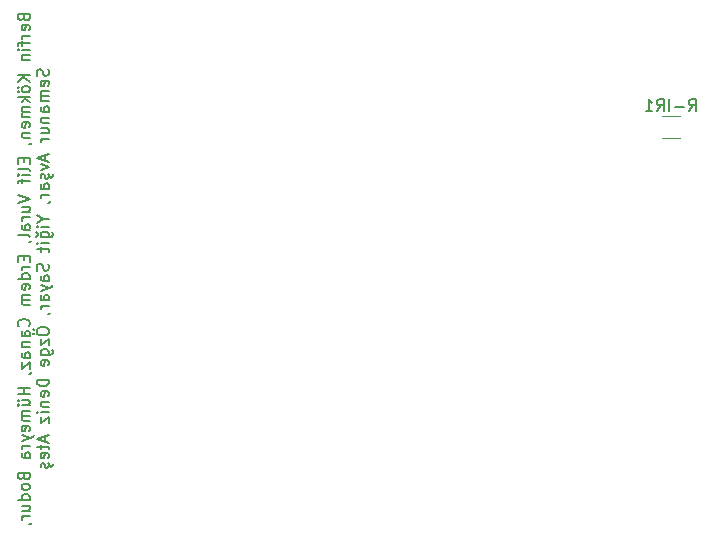
<source format=gbo>
G04 #@! TF.GenerationSoftware,KiCad,Pcbnew,(6.0.11)*
G04 #@! TF.CreationDate,2024-04-06T01:18:53+03:00*
G04 #@! TF.ProjectId,communication_module_PCB,636f6d6d-756e-4696-9361-74696f6e5f6d,rev?*
G04 #@! TF.SameCoordinates,Original*
G04 #@! TF.FileFunction,Legend,Bot*
G04 #@! TF.FilePolarity,Positive*
%FSLAX46Y46*%
G04 Gerber Fmt 4.6, Leading zero omitted, Abs format (unit mm)*
G04 Created by KiCad (PCBNEW (6.0.11)) date 2024-04-06 01:18:53*
%MOMM*%
%LPD*%
G01*
G04 APERTURE LIST*
%ADD10C,0.150000*%
%ADD11C,0.120000*%
G04 APERTURE END LIST*
D10*
X14109571Y-34618095D02*
X14157190Y-34760952D01*
X14204809Y-34808571D01*
X14300047Y-34856190D01*
X14442904Y-34856190D01*
X14538142Y-34808571D01*
X14585761Y-34760952D01*
X14633380Y-34665714D01*
X14633380Y-34284761D01*
X13633380Y-34284761D01*
X13633380Y-34618095D01*
X13681000Y-34713333D01*
X13728619Y-34760952D01*
X13823857Y-34808571D01*
X13919095Y-34808571D01*
X14014333Y-34760952D01*
X14061952Y-34713333D01*
X14109571Y-34618095D01*
X14109571Y-34284761D01*
X14585761Y-35665714D02*
X14633380Y-35570476D01*
X14633380Y-35380000D01*
X14585761Y-35284761D01*
X14490523Y-35237142D01*
X14109571Y-35237142D01*
X14014333Y-35284761D01*
X13966714Y-35380000D01*
X13966714Y-35570476D01*
X14014333Y-35665714D01*
X14109571Y-35713333D01*
X14204809Y-35713333D01*
X14300047Y-35237142D01*
X14633380Y-36141904D02*
X13966714Y-36141904D01*
X14157190Y-36141904D02*
X14061952Y-36189523D01*
X14014333Y-36237142D01*
X13966714Y-36332380D01*
X13966714Y-36427619D01*
X13966714Y-36618095D02*
X13966714Y-36999047D01*
X14633380Y-36760952D02*
X13776238Y-36760952D01*
X13681000Y-36808571D01*
X13633380Y-36903809D01*
X13633380Y-36999047D01*
X14633380Y-37332380D02*
X13966714Y-37332380D01*
X13633380Y-37332380D02*
X13681000Y-37284761D01*
X13728619Y-37332380D01*
X13681000Y-37380000D01*
X13633380Y-37332380D01*
X13728619Y-37332380D01*
X13966714Y-37808571D02*
X14633380Y-37808571D01*
X14061952Y-37808571D02*
X14014333Y-37856190D01*
X13966714Y-37951428D01*
X13966714Y-38094285D01*
X14014333Y-38189523D01*
X14109571Y-38237142D01*
X14633380Y-38237142D01*
X14633380Y-39475238D02*
X13633380Y-39475238D01*
X14633380Y-40046666D02*
X14061952Y-39618095D01*
X13633380Y-40046666D02*
X14204809Y-39475238D01*
X14633380Y-40618095D02*
X14585761Y-40522857D01*
X14538142Y-40475238D01*
X14442904Y-40427619D01*
X14157190Y-40427619D01*
X14061952Y-40475238D01*
X14014333Y-40522857D01*
X13966714Y-40618095D01*
X13966714Y-40760952D01*
X14014333Y-40856190D01*
X14061952Y-40903809D01*
X14157190Y-40951428D01*
X14442904Y-40951428D01*
X14538142Y-40903809D01*
X14585761Y-40856190D01*
X14633380Y-40760952D01*
X14633380Y-40618095D01*
X13633380Y-40522857D02*
X13681000Y-40570476D01*
X13728619Y-40522857D01*
X13681000Y-40475238D01*
X13633380Y-40522857D01*
X13728619Y-40522857D01*
X13633380Y-40903809D02*
X13681000Y-40951428D01*
X13728619Y-40903809D01*
X13681000Y-40856190D01*
X13633380Y-40903809D01*
X13728619Y-40903809D01*
X14633380Y-41380000D02*
X13633380Y-41380000D01*
X14252428Y-41475238D02*
X14633380Y-41760952D01*
X13966714Y-41760952D02*
X14347666Y-41380000D01*
X14633380Y-42189523D02*
X13966714Y-42189523D01*
X14061952Y-42189523D02*
X14014333Y-42237142D01*
X13966714Y-42332380D01*
X13966714Y-42475238D01*
X14014333Y-42570476D01*
X14109571Y-42618095D01*
X14633380Y-42618095D01*
X14109571Y-42618095D02*
X14014333Y-42665714D01*
X13966714Y-42760952D01*
X13966714Y-42903809D01*
X14014333Y-42999047D01*
X14109571Y-43046666D01*
X14633380Y-43046666D01*
X14585761Y-43903809D02*
X14633380Y-43808571D01*
X14633380Y-43618095D01*
X14585761Y-43522857D01*
X14490523Y-43475238D01*
X14109571Y-43475238D01*
X14014333Y-43522857D01*
X13966714Y-43618095D01*
X13966714Y-43808571D01*
X14014333Y-43903809D01*
X14109571Y-43951428D01*
X14204809Y-43951428D01*
X14300047Y-43475238D01*
X13966714Y-44380000D02*
X14633380Y-44380000D01*
X14061952Y-44380000D02*
X14014333Y-44427619D01*
X13966714Y-44522857D01*
X13966714Y-44665714D01*
X14014333Y-44760952D01*
X14109571Y-44808571D01*
X14633380Y-44808571D01*
X14585761Y-45332380D02*
X14633380Y-45332380D01*
X14728619Y-45284761D01*
X14776238Y-45237142D01*
X14109571Y-46522857D02*
X14109571Y-46856190D01*
X14633380Y-46999047D02*
X14633380Y-46522857D01*
X13633380Y-46522857D01*
X13633380Y-46999047D01*
X14633380Y-47570476D02*
X14585761Y-47475238D01*
X14490523Y-47427619D01*
X13633380Y-47427619D01*
X14633380Y-47951428D02*
X13966714Y-47951428D01*
X13633380Y-47951428D02*
X13681000Y-47903809D01*
X13728619Y-47951428D01*
X13681000Y-47999047D01*
X13633380Y-47951428D01*
X13728619Y-47951428D01*
X13966714Y-48284761D02*
X13966714Y-48665714D01*
X14633380Y-48427619D02*
X13776238Y-48427619D01*
X13681000Y-48475238D01*
X13633380Y-48570476D01*
X13633380Y-48665714D01*
X13633380Y-49618095D02*
X14633380Y-49951428D01*
X13633380Y-50284761D01*
X13966714Y-51046666D02*
X14633380Y-51046666D01*
X13966714Y-50618095D02*
X14490523Y-50618095D01*
X14585761Y-50665714D01*
X14633380Y-50760952D01*
X14633380Y-50903809D01*
X14585761Y-50999047D01*
X14538142Y-51046666D01*
X14633380Y-51522857D02*
X13966714Y-51522857D01*
X14157190Y-51522857D02*
X14061952Y-51570476D01*
X14014333Y-51618095D01*
X13966714Y-51713333D01*
X13966714Y-51808571D01*
X14633380Y-52570476D02*
X14109571Y-52570476D01*
X14014333Y-52522857D01*
X13966714Y-52427619D01*
X13966714Y-52237142D01*
X14014333Y-52141904D01*
X14585761Y-52570476D02*
X14633380Y-52475238D01*
X14633380Y-52237142D01*
X14585761Y-52141904D01*
X14490523Y-52094285D01*
X14395285Y-52094285D01*
X14300047Y-52141904D01*
X14252428Y-52237142D01*
X14252428Y-52475238D01*
X14204809Y-52570476D01*
X14633380Y-53189523D02*
X14585761Y-53094285D01*
X14490523Y-53046666D01*
X13633380Y-53046666D01*
X14585761Y-53618095D02*
X14633380Y-53618095D01*
X14728619Y-53570476D01*
X14776238Y-53522857D01*
X14109571Y-54808571D02*
X14109571Y-55141904D01*
X14633380Y-55284761D02*
X14633380Y-54808571D01*
X13633380Y-54808571D01*
X13633380Y-55284761D01*
X14633380Y-55713333D02*
X13966714Y-55713333D01*
X14157190Y-55713333D02*
X14061952Y-55760952D01*
X14014333Y-55808571D01*
X13966714Y-55903809D01*
X13966714Y-55999047D01*
X14633380Y-56760952D02*
X13633380Y-56760952D01*
X14585761Y-56760952D02*
X14633380Y-56665714D01*
X14633380Y-56475238D01*
X14585761Y-56380000D01*
X14538142Y-56332380D01*
X14442904Y-56284761D01*
X14157190Y-56284761D01*
X14061952Y-56332380D01*
X14014333Y-56380000D01*
X13966714Y-56475238D01*
X13966714Y-56665714D01*
X14014333Y-56760952D01*
X14585761Y-57618095D02*
X14633380Y-57522857D01*
X14633380Y-57332380D01*
X14585761Y-57237142D01*
X14490523Y-57189523D01*
X14109571Y-57189523D01*
X14014333Y-57237142D01*
X13966714Y-57332380D01*
X13966714Y-57522857D01*
X14014333Y-57618095D01*
X14109571Y-57665714D01*
X14204809Y-57665714D01*
X14300047Y-57189523D01*
X14633380Y-58094285D02*
X13966714Y-58094285D01*
X14061952Y-58094285D02*
X14014333Y-58141904D01*
X13966714Y-58237142D01*
X13966714Y-58379999D01*
X14014333Y-58475238D01*
X14109571Y-58522857D01*
X14633380Y-58522857D01*
X14109571Y-58522857D02*
X14014333Y-58570476D01*
X13966714Y-58665714D01*
X13966714Y-58808571D01*
X14014333Y-58903809D01*
X14109571Y-58951428D01*
X14633380Y-58951428D01*
X14538142Y-60760952D02*
X14585761Y-60713333D01*
X14633380Y-60570476D01*
X14633380Y-60475238D01*
X14585761Y-60332380D01*
X14490523Y-60237142D01*
X14395285Y-60189523D01*
X14204809Y-60141904D01*
X14061952Y-60141904D01*
X13871476Y-60189523D01*
X13776238Y-60237142D01*
X13681000Y-60332380D01*
X13633380Y-60475238D01*
X13633380Y-60570476D01*
X13681000Y-60713333D01*
X13728619Y-60760952D01*
X14633380Y-61618095D02*
X14109571Y-61618095D01*
X14014333Y-61570476D01*
X13966714Y-61475238D01*
X13966714Y-61284761D01*
X14014333Y-61189523D01*
X14585761Y-61618095D02*
X14633380Y-61522857D01*
X14633380Y-61284761D01*
X14585761Y-61189523D01*
X14490523Y-61141904D01*
X14395285Y-61141904D01*
X14300047Y-61189523D01*
X14252428Y-61284761D01*
X14252428Y-61522857D01*
X14204809Y-61618095D01*
X13966714Y-62094285D02*
X14633380Y-62094285D01*
X14061952Y-62094285D02*
X14014333Y-62141904D01*
X13966714Y-62237142D01*
X13966714Y-62379999D01*
X14014333Y-62475238D01*
X14109571Y-62522857D01*
X14633380Y-62522857D01*
X14633380Y-63427619D02*
X14109571Y-63427619D01*
X14014333Y-63379999D01*
X13966714Y-63284761D01*
X13966714Y-63094285D01*
X14014333Y-62999047D01*
X14585761Y-63427619D02*
X14633380Y-63332380D01*
X14633380Y-63094285D01*
X14585761Y-62999047D01*
X14490523Y-62951428D01*
X14395285Y-62951428D01*
X14300047Y-62999047D01*
X14252428Y-63094285D01*
X14252428Y-63332380D01*
X14204809Y-63427619D01*
X13966714Y-63808571D02*
X13966714Y-64332380D01*
X14633380Y-63808571D01*
X14633380Y-64332380D01*
X14585761Y-64760952D02*
X14633380Y-64760952D01*
X14728619Y-64713333D01*
X14776238Y-64665714D01*
X14633380Y-65951428D02*
X13633380Y-65951428D01*
X14109571Y-65951428D02*
X14109571Y-66522857D01*
X14633380Y-66522857D02*
X13633380Y-66522857D01*
X13966714Y-67427619D02*
X14633380Y-67427619D01*
X13966714Y-66999047D02*
X14490523Y-66999047D01*
X14585761Y-67046666D01*
X14633380Y-67141904D01*
X14633380Y-67284761D01*
X14585761Y-67379999D01*
X14538142Y-67427619D01*
X13633380Y-67046666D02*
X13681000Y-67094285D01*
X13728619Y-67046666D01*
X13681000Y-66999047D01*
X13633380Y-67046666D01*
X13728619Y-67046666D01*
X13633380Y-67427619D02*
X13681000Y-67475238D01*
X13728619Y-67427619D01*
X13681000Y-67379999D01*
X13633380Y-67427619D01*
X13728619Y-67427619D01*
X14633380Y-67903809D02*
X13966714Y-67903809D01*
X14061952Y-67903809D02*
X14014333Y-67951428D01*
X13966714Y-68046666D01*
X13966714Y-68189523D01*
X14014333Y-68284761D01*
X14109571Y-68332380D01*
X14633380Y-68332380D01*
X14109571Y-68332380D02*
X14014333Y-68379999D01*
X13966714Y-68475238D01*
X13966714Y-68618095D01*
X14014333Y-68713333D01*
X14109571Y-68760952D01*
X14633380Y-68760952D01*
X14585761Y-69618095D02*
X14633380Y-69522857D01*
X14633380Y-69332380D01*
X14585761Y-69237142D01*
X14490523Y-69189523D01*
X14109571Y-69189523D01*
X14014333Y-69237142D01*
X13966714Y-69332380D01*
X13966714Y-69522857D01*
X14014333Y-69618095D01*
X14109571Y-69665714D01*
X14204809Y-69665714D01*
X14300047Y-69189523D01*
X13966714Y-69999047D02*
X14633380Y-70237142D01*
X13966714Y-70475238D02*
X14633380Y-70237142D01*
X14871476Y-70141904D01*
X14919095Y-70094285D01*
X14966714Y-69999047D01*
X14633380Y-70856190D02*
X13966714Y-70856190D01*
X14157190Y-70856190D02*
X14061952Y-70903809D01*
X14014333Y-70951428D01*
X13966714Y-71046666D01*
X13966714Y-71141904D01*
X14633380Y-71903809D02*
X14109571Y-71903809D01*
X14014333Y-71856190D01*
X13966714Y-71760952D01*
X13966714Y-71570476D01*
X14014333Y-71475238D01*
X14585761Y-71903809D02*
X14633380Y-71808571D01*
X14633380Y-71570476D01*
X14585761Y-71475238D01*
X14490523Y-71427619D01*
X14395285Y-71427619D01*
X14300047Y-71475238D01*
X14252428Y-71570476D01*
X14252428Y-71808571D01*
X14204809Y-71903809D01*
X14109571Y-73475238D02*
X14157190Y-73618095D01*
X14204809Y-73665714D01*
X14300047Y-73713333D01*
X14442904Y-73713333D01*
X14538142Y-73665714D01*
X14585761Y-73618095D01*
X14633380Y-73522857D01*
X14633380Y-73141904D01*
X13633380Y-73141904D01*
X13633380Y-73475238D01*
X13680999Y-73570476D01*
X13728619Y-73618095D01*
X13823857Y-73665714D01*
X13919095Y-73665714D01*
X14014333Y-73618095D01*
X14061952Y-73570476D01*
X14109571Y-73475238D01*
X14109571Y-73141904D01*
X14633380Y-74284761D02*
X14585761Y-74189523D01*
X14538142Y-74141904D01*
X14442904Y-74094285D01*
X14157190Y-74094285D01*
X14061952Y-74141904D01*
X14014333Y-74189523D01*
X13966714Y-74284761D01*
X13966714Y-74427619D01*
X14014333Y-74522857D01*
X14061952Y-74570476D01*
X14157190Y-74618095D01*
X14442904Y-74618095D01*
X14538142Y-74570476D01*
X14585761Y-74522857D01*
X14633380Y-74427619D01*
X14633380Y-74284761D01*
X14633380Y-75475238D02*
X13633380Y-75475238D01*
X14585761Y-75475238D02*
X14633380Y-75380000D01*
X14633380Y-75189523D01*
X14585761Y-75094285D01*
X14538142Y-75046666D01*
X14442904Y-74999047D01*
X14157190Y-74999047D01*
X14061952Y-75046666D01*
X14014333Y-75094285D01*
X13966714Y-75189523D01*
X13966714Y-75380000D01*
X14014333Y-75475238D01*
X13966714Y-76380000D02*
X14633380Y-76380000D01*
X13966714Y-75951428D02*
X14490523Y-75951428D01*
X14585761Y-75999047D01*
X14633380Y-76094285D01*
X14633380Y-76237142D01*
X14585761Y-76332380D01*
X14538142Y-76380000D01*
X14633380Y-76856190D02*
X13966714Y-76856190D01*
X14157190Y-76856190D02*
X14061952Y-76903809D01*
X14014333Y-76951428D01*
X13966714Y-77046666D01*
X13966714Y-77141904D01*
X14585761Y-77522857D02*
X14633380Y-77522857D01*
X14728619Y-77475238D01*
X14776238Y-77427619D01*
X16195761Y-38999047D02*
X16243380Y-39141904D01*
X16243380Y-39380000D01*
X16195761Y-39475238D01*
X16148142Y-39522857D01*
X16052904Y-39570476D01*
X15957666Y-39570476D01*
X15862428Y-39522857D01*
X15814809Y-39475238D01*
X15767190Y-39380000D01*
X15719571Y-39189523D01*
X15671952Y-39094285D01*
X15624333Y-39046666D01*
X15529095Y-38999047D01*
X15433857Y-38999047D01*
X15338619Y-39046666D01*
X15291000Y-39094285D01*
X15243380Y-39189523D01*
X15243380Y-39427619D01*
X15291000Y-39570476D01*
X16195761Y-40380000D02*
X16243380Y-40284761D01*
X16243380Y-40094285D01*
X16195761Y-39999047D01*
X16100523Y-39951428D01*
X15719571Y-39951428D01*
X15624333Y-39999047D01*
X15576714Y-40094285D01*
X15576714Y-40284761D01*
X15624333Y-40380000D01*
X15719571Y-40427619D01*
X15814809Y-40427619D01*
X15910047Y-39951428D01*
X16243380Y-40856190D02*
X15576714Y-40856190D01*
X15671952Y-40856190D02*
X15624333Y-40903809D01*
X15576714Y-40999047D01*
X15576714Y-41141904D01*
X15624333Y-41237142D01*
X15719571Y-41284761D01*
X16243380Y-41284761D01*
X15719571Y-41284761D02*
X15624333Y-41332380D01*
X15576714Y-41427619D01*
X15576714Y-41570476D01*
X15624333Y-41665714D01*
X15719571Y-41713333D01*
X16243380Y-41713333D01*
X16243380Y-42618095D02*
X15719571Y-42618095D01*
X15624333Y-42570476D01*
X15576714Y-42475238D01*
X15576714Y-42284761D01*
X15624333Y-42189523D01*
X16195761Y-42618095D02*
X16243380Y-42522857D01*
X16243380Y-42284761D01*
X16195761Y-42189523D01*
X16100523Y-42141904D01*
X16005285Y-42141904D01*
X15910047Y-42189523D01*
X15862428Y-42284761D01*
X15862428Y-42522857D01*
X15814809Y-42618095D01*
X15576714Y-43094285D02*
X16243380Y-43094285D01*
X15671952Y-43094285D02*
X15624333Y-43141904D01*
X15576714Y-43237142D01*
X15576714Y-43379999D01*
X15624333Y-43475238D01*
X15719571Y-43522857D01*
X16243380Y-43522857D01*
X15576714Y-44427619D02*
X16243380Y-44427619D01*
X15576714Y-43999047D02*
X16100523Y-43999047D01*
X16195761Y-44046666D01*
X16243380Y-44141904D01*
X16243380Y-44284761D01*
X16195761Y-44379999D01*
X16148142Y-44427619D01*
X16243380Y-44903809D02*
X15576714Y-44903809D01*
X15767190Y-44903809D02*
X15671952Y-44951428D01*
X15624333Y-44999047D01*
X15576714Y-45094285D01*
X15576714Y-45189523D01*
X15957666Y-46237142D02*
X15957666Y-46713333D01*
X16243380Y-46141904D02*
X15243380Y-46475238D01*
X16243380Y-46808571D01*
X15576714Y-47046666D02*
X16243380Y-47284761D01*
X15576714Y-47522857D01*
X16195761Y-47856190D02*
X16243380Y-47951428D01*
X16243380Y-48141904D01*
X16195761Y-48237142D01*
X16100523Y-48284761D01*
X16052904Y-48284761D01*
X15957666Y-48237142D01*
X15910047Y-48141904D01*
X15910047Y-47999047D01*
X15862428Y-47903809D01*
X15767190Y-47856190D01*
X15719571Y-47856190D01*
X15624333Y-47903809D01*
X15576714Y-47999047D01*
X15576714Y-48141904D01*
X15624333Y-48237142D01*
X16291000Y-48046666D02*
X16338619Y-48141904D01*
X16433857Y-48189523D01*
X16529095Y-48141904D01*
X16576714Y-48046666D01*
X16576714Y-47903809D01*
X16243380Y-49141904D02*
X15719571Y-49141904D01*
X15624333Y-49094285D01*
X15576714Y-48999047D01*
X15576714Y-48808571D01*
X15624333Y-48713333D01*
X16195761Y-49141904D02*
X16243380Y-49046666D01*
X16243380Y-48808571D01*
X16195761Y-48713333D01*
X16100523Y-48665714D01*
X16005285Y-48665714D01*
X15910047Y-48713333D01*
X15862428Y-48808571D01*
X15862428Y-49046666D01*
X15814809Y-49141904D01*
X16243380Y-49618095D02*
X15576714Y-49618095D01*
X15767190Y-49618095D02*
X15671952Y-49665714D01*
X15624333Y-49713333D01*
X15576714Y-49808571D01*
X15576714Y-49903809D01*
X16195761Y-50284761D02*
X16243380Y-50284761D01*
X16338619Y-50237142D01*
X16386238Y-50189523D01*
X15767190Y-51665714D02*
X16243380Y-51665714D01*
X15243380Y-51332380D02*
X15767190Y-51665714D01*
X15243380Y-51999047D01*
X16243380Y-52332380D02*
X15576714Y-52332380D01*
X15243380Y-52332380D02*
X15291000Y-52284761D01*
X15338619Y-52332380D01*
X15291000Y-52379999D01*
X15243380Y-52332380D01*
X15338619Y-52332380D01*
X15576714Y-53237142D02*
X16386238Y-53237142D01*
X16481476Y-53189523D01*
X16529095Y-53141904D01*
X16576714Y-53046666D01*
X16576714Y-52903809D01*
X16529095Y-52808571D01*
X16195761Y-53237142D02*
X16243380Y-53141904D01*
X16243380Y-52951428D01*
X16195761Y-52856190D01*
X16148142Y-52808571D01*
X16052904Y-52760952D01*
X15767190Y-52760952D01*
X15671952Y-52808571D01*
X15624333Y-52856190D01*
X15576714Y-52951428D01*
X15576714Y-53141904D01*
X15624333Y-53237142D01*
X15195761Y-52808571D02*
X15291000Y-52856190D01*
X15338619Y-52951428D01*
X15338619Y-53046666D01*
X15291000Y-53141904D01*
X15195761Y-53189523D01*
X16243380Y-53713333D02*
X15576714Y-53713333D01*
X15243380Y-53713333D02*
X15291000Y-53665714D01*
X15338619Y-53713333D01*
X15291000Y-53760952D01*
X15243380Y-53713333D01*
X15338619Y-53713333D01*
X15576714Y-54046666D02*
X15576714Y-54427619D01*
X15243380Y-54189523D02*
X16100523Y-54189523D01*
X16195761Y-54237142D01*
X16243380Y-54332380D01*
X16243380Y-54427619D01*
X16195761Y-55475238D02*
X16243380Y-55618095D01*
X16243380Y-55856190D01*
X16195761Y-55951428D01*
X16148142Y-55999047D01*
X16052904Y-56046666D01*
X15957666Y-56046666D01*
X15862428Y-55999047D01*
X15814809Y-55951428D01*
X15767190Y-55856190D01*
X15719571Y-55665714D01*
X15671952Y-55570476D01*
X15624333Y-55522857D01*
X15529095Y-55475238D01*
X15433857Y-55475238D01*
X15338619Y-55522857D01*
X15291000Y-55570476D01*
X15243380Y-55665714D01*
X15243380Y-55903809D01*
X15291000Y-56046666D01*
X16243380Y-56903809D02*
X15719571Y-56903809D01*
X15624333Y-56856190D01*
X15576714Y-56760952D01*
X15576714Y-56570476D01*
X15624333Y-56475238D01*
X16195761Y-56903809D02*
X16243380Y-56808571D01*
X16243380Y-56570476D01*
X16195761Y-56475238D01*
X16100523Y-56427619D01*
X16005285Y-56427619D01*
X15910047Y-56475238D01*
X15862428Y-56570476D01*
X15862428Y-56808571D01*
X15814809Y-56903809D01*
X15576714Y-57284761D02*
X16243380Y-57522857D01*
X15576714Y-57760952D02*
X16243380Y-57522857D01*
X16481476Y-57427619D01*
X16529095Y-57379999D01*
X16576714Y-57284761D01*
X16243380Y-58570476D02*
X15719571Y-58570476D01*
X15624333Y-58522857D01*
X15576714Y-58427619D01*
X15576714Y-58237142D01*
X15624333Y-58141904D01*
X16195761Y-58570476D02*
X16243380Y-58475238D01*
X16243380Y-58237142D01*
X16195761Y-58141904D01*
X16100523Y-58094285D01*
X16005285Y-58094285D01*
X15910047Y-58141904D01*
X15862428Y-58237142D01*
X15862428Y-58475238D01*
X15814809Y-58570476D01*
X16243380Y-59046666D02*
X15576714Y-59046666D01*
X15767190Y-59046666D02*
X15671952Y-59094285D01*
X15624333Y-59141904D01*
X15576714Y-59237142D01*
X15576714Y-59332380D01*
X16195761Y-59713333D02*
X16243380Y-59713333D01*
X16338619Y-59665714D01*
X16386238Y-59618095D01*
X15243380Y-61094285D02*
X15243380Y-61284761D01*
X15291000Y-61379999D01*
X15386238Y-61475238D01*
X15576714Y-61522857D01*
X15910047Y-61522857D01*
X16100523Y-61475238D01*
X16195761Y-61379999D01*
X16243380Y-61284761D01*
X16243380Y-61094285D01*
X16195761Y-60999047D01*
X16100523Y-60903809D01*
X15910047Y-60856190D01*
X15576714Y-60856190D01*
X15386238Y-60903809D01*
X15291000Y-60999047D01*
X15243380Y-61094285D01*
X14910047Y-60999047D02*
X14957666Y-61046666D01*
X15005285Y-60999047D01*
X14957666Y-60951428D01*
X14910047Y-60999047D01*
X15005285Y-60999047D01*
X14910047Y-61379999D02*
X14957666Y-61427619D01*
X15005285Y-61379999D01*
X14957666Y-61332380D01*
X14910047Y-61379999D01*
X15005285Y-61379999D01*
X15576714Y-61856190D02*
X15576714Y-62379999D01*
X16243380Y-61856190D01*
X16243380Y-62379999D01*
X15576714Y-63189523D02*
X16386238Y-63189523D01*
X16481476Y-63141904D01*
X16529095Y-63094285D01*
X16576714Y-62999047D01*
X16576714Y-62856190D01*
X16529095Y-62760952D01*
X16195761Y-63189523D02*
X16243380Y-63094285D01*
X16243380Y-62903809D01*
X16195761Y-62808571D01*
X16148142Y-62760952D01*
X16052904Y-62713333D01*
X15767190Y-62713333D01*
X15671952Y-62760952D01*
X15624333Y-62808571D01*
X15576714Y-62903809D01*
X15576714Y-63094285D01*
X15624333Y-63189523D01*
X16195761Y-64046666D02*
X16243380Y-63951428D01*
X16243380Y-63760952D01*
X16195761Y-63665714D01*
X16100523Y-63618095D01*
X15719571Y-63618095D01*
X15624333Y-63665714D01*
X15576714Y-63760952D01*
X15576714Y-63951428D01*
X15624333Y-64046666D01*
X15719571Y-64094285D01*
X15814809Y-64094285D01*
X15910047Y-63618095D01*
X16243380Y-65284761D02*
X15243380Y-65284761D01*
X15243380Y-65522857D01*
X15291000Y-65665714D01*
X15386238Y-65760952D01*
X15481476Y-65808571D01*
X15671952Y-65856190D01*
X15814809Y-65856190D01*
X16005285Y-65808571D01*
X16100523Y-65760952D01*
X16195761Y-65665714D01*
X16243380Y-65522857D01*
X16243380Y-65284761D01*
X16195761Y-66665714D02*
X16243380Y-66570476D01*
X16243380Y-66379999D01*
X16195761Y-66284761D01*
X16100523Y-66237142D01*
X15719571Y-66237142D01*
X15624333Y-66284761D01*
X15576714Y-66379999D01*
X15576714Y-66570476D01*
X15624333Y-66665714D01*
X15719571Y-66713333D01*
X15814809Y-66713333D01*
X15910047Y-66237142D01*
X15576714Y-67141904D02*
X16243380Y-67141904D01*
X15671952Y-67141904D02*
X15624333Y-67189523D01*
X15576714Y-67284761D01*
X15576714Y-67427619D01*
X15624333Y-67522857D01*
X15719571Y-67570476D01*
X16243380Y-67570476D01*
X16243380Y-68046666D02*
X15576714Y-68046666D01*
X15243380Y-68046666D02*
X15291000Y-67999047D01*
X15338619Y-68046666D01*
X15291000Y-68094285D01*
X15243380Y-68046666D01*
X15338619Y-68046666D01*
X15576714Y-68427619D02*
X15576714Y-68951428D01*
X16243380Y-68427619D01*
X16243380Y-68951428D01*
X15957666Y-70046666D02*
X15957666Y-70522857D01*
X16243380Y-69951428D02*
X15243380Y-70284761D01*
X16243380Y-70618095D01*
X15576714Y-70808571D02*
X15576714Y-71189523D01*
X15243380Y-70951428D02*
X16100523Y-70951428D01*
X16195761Y-70999047D01*
X16243380Y-71094285D01*
X16243380Y-71189523D01*
X16195761Y-71903809D02*
X16243380Y-71808571D01*
X16243380Y-71618095D01*
X16195761Y-71522857D01*
X16100523Y-71475238D01*
X15719571Y-71475238D01*
X15624333Y-71522857D01*
X15576714Y-71618095D01*
X15576714Y-71808571D01*
X15624333Y-71903809D01*
X15719571Y-71951428D01*
X15814809Y-71951428D01*
X15910047Y-71475238D01*
X16195761Y-72332380D02*
X16243380Y-72427619D01*
X16243380Y-72618095D01*
X16195761Y-72713333D01*
X16100523Y-72760952D01*
X16052904Y-72760952D01*
X15957666Y-72713333D01*
X15910047Y-72618095D01*
X15910047Y-72475238D01*
X15862428Y-72379999D01*
X15767190Y-72332380D01*
X15719571Y-72332380D01*
X15624333Y-72379999D01*
X15576714Y-72475238D01*
X15576714Y-72618095D01*
X15624333Y-72713333D01*
X16290999Y-72522857D02*
X16338619Y-72618095D01*
X16433857Y-72665714D01*
X16529095Y-72618095D01*
X16576714Y-72522857D01*
X16576714Y-72379999D01*
X70447309Y-42536280D02*
X70780642Y-42060090D01*
X71018738Y-42536280D02*
X71018738Y-41536280D01*
X70637785Y-41536280D01*
X70542547Y-41583900D01*
X70494928Y-41631519D01*
X70447309Y-41726757D01*
X70447309Y-41869614D01*
X70494928Y-41964852D01*
X70542547Y-42012471D01*
X70637785Y-42060090D01*
X71018738Y-42060090D01*
X70018738Y-42155328D02*
X69256833Y-42155328D01*
X68780642Y-42536280D02*
X68780642Y-41536280D01*
X67733023Y-42536280D02*
X68066357Y-42060090D01*
X68304452Y-42536280D02*
X68304452Y-41536280D01*
X67923500Y-41536280D01*
X67828261Y-41583900D01*
X67780642Y-41631519D01*
X67733023Y-41726757D01*
X67733023Y-41869614D01*
X67780642Y-41964852D01*
X67828261Y-42012471D01*
X67923500Y-42060090D01*
X68304452Y-42060090D01*
X66780642Y-42536280D02*
X67352071Y-42536280D01*
X67066357Y-42536280D02*
X67066357Y-41536280D01*
X67161595Y-41679138D01*
X67256833Y-41774376D01*
X67352071Y-41821995D01*
D11*
X69650564Y-44813900D02*
X68196436Y-44813900D01*
X69650564Y-42993900D02*
X68196436Y-42993900D01*
M02*

</source>
